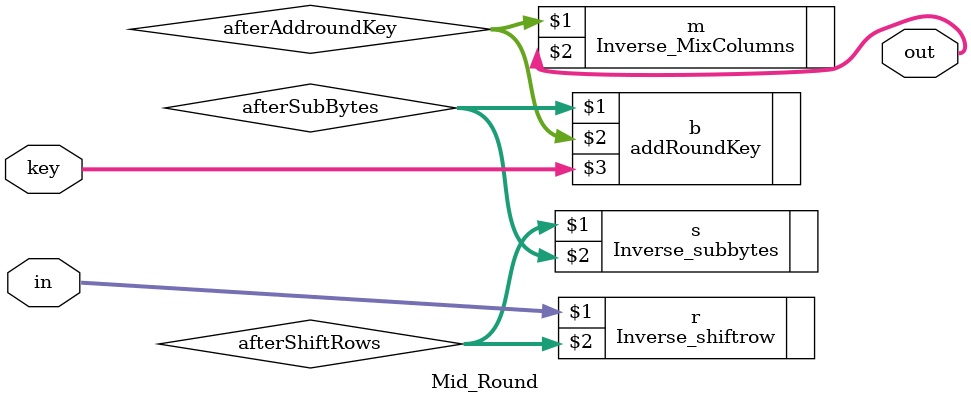
<source format=v>
module Mid_Round(in,key,out);
input [127:0] in;
output [127:0] out;
input [127:0] key;
wire [127:0] afterSubBytes;
wire [127:0] afterShiftRows;
wire [127:0] afterMixColumns;
wire [127:0] afterAddroundKey;

Inverse_shiftrow r(in,afterShiftRows);
Inverse_subbytes s(afterShiftRows,afterSubBytes);
addRoundKey b(afterSubBytes,afterAddroundKey,key);
Inverse_MixColumns m(afterAddroundKey,out);
		
endmodule

</source>
